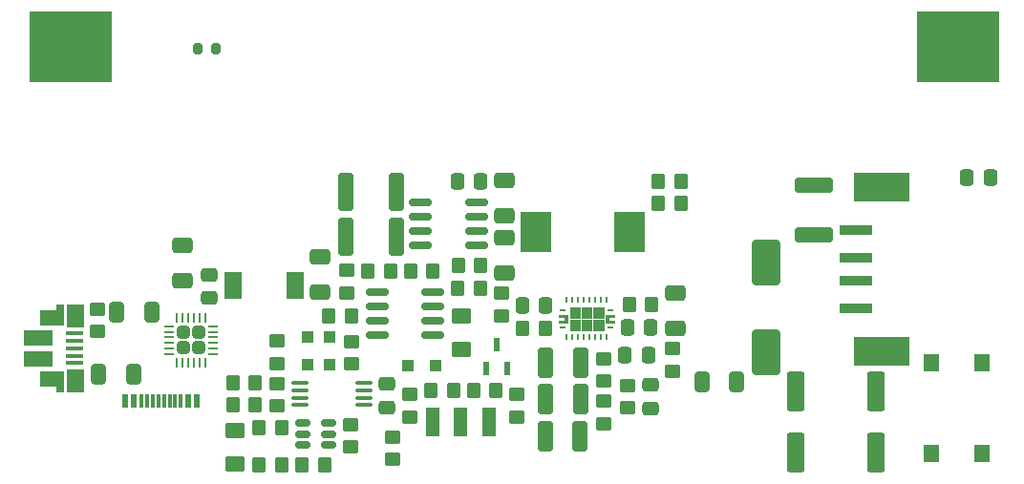
<source format=gtp>
%TF.GenerationSoftware,KiCad,Pcbnew,6.0.1-79c1e3a40b~116~ubuntu20.04.1*%
%TF.CreationDate,2022-02-02T21:23:13+02:00*%
%TF.ProjectId,PiUPS,50695550-532e-46b6-9963-61645f706362,rev?*%
%TF.SameCoordinates,Original*%
%TF.FileFunction,Paste,Top*%
%TF.FilePolarity,Positive*%
%FSLAX46Y46*%
G04 Gerber Fmt 4.6, Leading zero omitted, Abs format (unit mm)*
G04 Created by KiCad (PCBNEW 6.0.1-79c1e3a40b~116~ubuntu20.04.1) date 2022-02-02 21:23:13*
%MOMM*%
%LPD*%
G01*
G04 APERTURE LIST*
G04 Aperture macros list*
%AMRoundRect*
0 Rectangle with rounded corners*
0 $1 Rounding radius*
0 $2 $3 $4 $5 $6 $7 $8 $9 X,Y pos of 4 corners*
0 Add a 4 corners polygon primitive as box body*
4,1,4,$2,$3,$4,$5,$6,$7,$8,$9,$2,$3,0*
0 Add four circle primitives for the rounded corners*
1,1,$1+$1,$2,$3*
1,1,$1+$1,$4,$5*
1,1,$1+$1,$6,$7*
1,1,$1+$1,$8,$9*
0 Add four rect primitives between the rounded corners*
20,1,$1+$1,$2,$3,$4,$5,0*
20,1,$1+$1,$4,$5,$6,$7,0*
20,1,$1+$1,$6,$7,$8,$9,0*
20,1,$1+$1,$8,$9,$2,$3,0*%
G04 Aperture macros list end*
%ADD10C,0.010000*%
%ADD11RoundRect,0.250000X-0.412500X-1.100000X0.412500X-1.100000X0.412500X1.100000X-0.412500X1.100000X0*%
%ADD12R,2.700000X3.600000*%
%ADD13RoundRect,0.250000X0.650000X-0.412500X0.650000X0.412500X-0.650000X0.412500X-0.650000X-0.412500X0*%
%ADD14RoundRect,0.250000X0.412500X0.650000X-0.412500X0.650000X-0.412500X-0.650000X0.412500X-0.650000X0*%
%ADD15RoundRect,0.250000X0.450000X-0.350000X0.450000X0.350000X-0.450000X0.350000X-0.450000X-0.350000X0*%
%ADD16RoundRect,0.250000X0.400000X1.450000X-0.400000X1.450000X-0.400000X-1.450000X0.400000X-1.450000X0*%
%ADD17RoundRect,0.250000X0.475000X-0.337500X0.475000X0.337500X-0.475000X0.337500X-0.475000X-0.337500X0*%
%ADD18RoundRect,0.250000X-0.337500X-0.475000X0.337500X-0.475000X0.337500X0.475000X-0.337500X0.475000X0*%
%ADD19RoundRect,0.250000X0.350000X0.450000X-0.350000X0.450000X-0.350000X-0.450000X0.350000X-0.450000X0*%
%ADD20RoundRect,0.250000X-0.315000X-0.315000X0.315000X-0.315000X0.315000X0.315000X-0.315000X0.315000X0*%
%ADD21RoundRect,0.062500X-0.350000X-0.062500X0.350000X-0.062500X0.350000X0.062500X-0.350000X0.062500X0*%
%ADD22RoundRect,0.062500X-0.062500X-0.350000X0.062500X-0.350000X0.062500X0.350000X-0.062500X0.350000X0*%
%ADD23RoundRect,0.250000X0.337500X0.475000X-0.337500X0.475000X-0.337500X-0.475000X0.337500X-0.475000X0*%
%ADD24RoundRect,0.054000X1.346000X-0.396000X1.346000X0.396000X-1.346000X0.396000X-1.346000X-0.396000X0*%
%ADD25R,5.000000X2.500000*%
%ADD26RoundRect,0.250000X-0.450000X0.350000X-0.450000X-0.350000X0.450000X-0.350000X0.450000X0.350000X0*%
%ADD27RoundRect,0.250000X-0.650000X0.412500X-0.650000X-0.412500X0.650000X-0.412500X0.650000X0.412500X0*%
%ADD28RoundRect,0.250000X-1.000000X1.750000X-1.000000X-1.750000X1.000000X-1.750000X1.000000X1.750000X0*%
%ADD29R,7.340000X6.350000*%
%ADD30R,1.650000X0.400000*%
%ADD31R,2.000000X1.350000*%
%ADD32R,2.500000X1.430000*%
%ADD33R,0.700000X1.825000*%
%ADD34R,1.500000X2.000000*%
%ADD35RoundRect,0.250000X-0.350000X-0.450000X0.350000X-0.450000X0.350000X0.450000X-0.350000X0.450000X0*%
%ADD36RoundRect,0.250001X-0.624999X0.462499X-0.624999X-0.462499X0.624999X-0.462499X0.624999X0.462499X0*%
%ADD37RoundRect,0.250000X1.450000X-0.400000X1.450000X0.400000X-1.450000X0.400000X-1.450000X-0.400000X0*%
%ADD38RoundRect,0.200000X-0.200000X-0.275000X0.200000X-0.275000X0.200000X0.275000X-0.200000X0.275000X0*%
%ADD39R,1.250000X2.500000*%
%ADD40RoundRect,0.150000X-0.825000X-0.150000X0.825000X-0.150000X0.825000X0.150000X-0.825000X0.150000X0*%
%ADD41R,0.600000X1.160000*%
%ADD42R,0.300000X1.160000*%
%ADD43RoundRect,0.100000X0.637500X0.100000X-0.637500X0.100000X-0.637500X-0.100000X0.637500X-0.100000X0*%
%ADD44R,0.600000X0.240000*%
%ADD45R,0.240000X0.600000*%
%ADD46R,1.000000X1.000000*%
%ADD47RoundRect,0.250000X0.550000X-1.500000X0.550000X1.500000X-0.550000X1.500000X-0.550000X-1.500000X0*%
%ADD48R,0.600000X1.300000*%
%ADD49R,1.400000X1.600000*%
%ADD50R,1.500000X2.400000*%
%ADD51RoundRect,0.150000X0.512500X0.150000X-0.512500X0.150000X-0.512500X-0.150000X0.512500X-0.150000X0*%
G04 APERTURE END LIST*
D10*
X116075900Y-109396200D02*
X116075900Y-110316200D01*
X116075900Y-110316200D02*
X116925900Y-110316200D01*
X116925900Y-110316200D02*
X116925900Y-109396200D01*
X116925900Y-109396200D02*
X116075900Y-109396200D01*
G36*
X116925900Y-110316200D02*
G01*
X116075900Y-110316200D01*
X116075900Y-109396200D01*
X116925900Y-109396200D01*
X116925900Y-110316200D01*
G37*
X116925900Y-110316200D02*
X116075900Y-110316200D01*
X116075900Y-109396200D01*
X116925900Y-109396200D01*
X116925900Y-110316200D01*
X117125900Y-108276200D02*
X117125900Y-109196200D01*
X117125900Y-109196200D02*
X117975900Y-109196200D01*
X117975900Y-109196200D02*
X117975900Y-108276200D01*
X117975900Y-108276200D02*
X117125900Y-108276200D01*
G36*
X117975900Y-109196200D02*
G01*
X117125900Y-109196200D01*
X117125900Y-108276200D01*
X117975900Y-108276200D01*
X117975900Y-109196200D01*
G37*
X117975900Y-109196200D02*
X117125900Y-109196200D01*
X117125900Y-108276200D01*
X117975900Y-108276200D01*
X117975900Y-109196200D01*
X117125900Y-109396200D02*
X117125900Y-110316200D01*
X117125900Y-110316200D02*
X117975900Y-110316200D01*
X117975900Y-110316200D02*
X117975900Y-109396200D01*
X117975900Y-109396200D02*
X117125900Y-109396200D01*
G36*
X117975900Y-110316200D02*
G01*
X117125900Y-110316200D01*
X117125900Y-109396200D01*
X117975900Y-109396200D01*
X117975900Y-110316200D01*
G37*
X117975900Y-110316200D02*
X117125900Y-110316200D01*
X117125900Y-109396200D01*
X117975900Y-109396200D01*
X117975900Y-110316200D01*
X114825900Y-109671200D02*
X114100900Y-109671200D01*
X114100900Y-109671200D02*
X114098283Y-109671131D01*
X114098283Y-109671131D02*
X114095674Y-109670926D01*
X114095674Y-109670926D02*
X114093078Y-109670584D01*
X114093078Y-109670584D02*
X114090504Y-109670107D01*
X114090504Y-109670107D02*
X114087959Y-109669496D01*
X114087959Y-109669496D02*
X114085449Y-109668753D01*
X114085449Y-109668753D02*
X114082982Y-109667879D01*
X114082982Y-109667879D02*
X114080563Y-109666877D01*
X114080563Y-109666877D02*
X114078200Y-109665750D01*
X114078200Y-109665750D02*
X114075900Y-109664501D01*
X114075900Y-109664501D02*
X114073668Y-109663134D01*
X114073668Y-109663134D02*
X114071511Y-109661651D01*
X114071511Y-109661651D02*
X114069434Y-109660057D01*
X114069434Y-109660057D02*
X114067443Y-109658357D01*
X114067443Y-109658357D02*
X114065545Y-109656555D01*
X114065545Y-109656555D02*
X114063743Y-109654657D01*
X114063743Y-109654657D02*
X114062043Y-109652666D01*
X114062043Y-109652666D02*
X114060449Y-109650589D01*
X114060449Y-109650589D02*
X114058966Y-109648432D01*
X114058966Y-109648432D02*
X114057599Y-109646200D01*
X114057599Y-109646200D02*
X114056350Y-109643900D01*
X114056350Y-109643900D02*
X114055223Y-109641537D01*
X114055223Y-109641537D02*
X114054221Y-109639118D01*
X114054221Y-109639118D02*
X114053347Y-109636651D01*
X114053347Y-109636651D02*
X114052604Y-109634141D01*
X114052604Y-109634141D02*
X114051993Y-109631596D01*
X114051993Y-109631596D02*
X114051516Y-109629022D01*
X114051516Y-109629022D02*
X114051174Y-109626426D01*
X114051174Y-109626426D02*
X114050969Y-109623817D01*
X114050969Y-109623817D02*
X114050900Y-109621200D01*
X114050900Y-109621200D02*
X114050900Y-109521200D01*
X114050900Y-109521200D02*
X114050969Y-109518583D01*
X114050969Y-109518583D02*
X114051174Y-109515974D01*
X114051174Y-109515974D02*
X114051516Y-109513378D01*
X114051516Y-109513378D02*
X114051993Y-109510804D01*
X114051993Y-109510804D02*
X114052604Y-109508259D01*
X114052604Y-109508259D02*
X114053347Y-109505749D01*
X114053347Y-109505749D02*
X114054221Y-109503282D01*
X114054221Y-109503282D02*
X114055223Y-109500863D01*
X114055223Y-109500863D02*
X114056350Y-109498500D01*
X114056350Y-109498500D02*
X114057599Y-109496200D01*
X114057599Y-109496200D02*
X114058966Y-109493968D01*
X114058966Y-109493968D02*
X114060449Y-109491811D01*
X114060449Y-109491811D02*
X114062043Y-109489734D01*
X114062043Y-109489734D02*
X114063743Y-109487743D01*
X114063743Y-109487743D02*
X114065545Y-109485845D01*
X114065545Y-109485845D02*
X114067443Y-109484043D01*
X114067443Y-109484043D02*
X114069434Y-109482343D01*
X114069434Y-109482343D02*
X114071511Y-109480749D01*
X114071511Y-109480749D02*
X114073668Y-109479266D01*
X114073668Y-109479266D02*
X114075900Y-109477899D01*
X114075900Y-109477899D02*
X114078200Y-109476650D01*
X114078200Y-109476650D02*
X114080563Y-109475523D01*
X114080563Y-109475523D02*
X114082982Y-109474521D01*
X114082982Y-109474521D02*
X114085449Y-109473647D01*
X114085449Y-109473647D02*
X114087959Y-109472904D01*
X114087959Y-109472904D02*
X114090504Y-109472293D01*
X114090504Y-109472293D02*
X114093078Y-109471816D01*
X114093078Y-109471816D02*
X114095674Y-109471474D01*
X114095674Y-109471474D02*
X114098283Y-109471269D01*
X114098283Y-109471269D02*
X114100900Y-109471200D01*
X114100900Y-109471200D02*
X114575900Y-109471200D01*
X114575900Y-109471200D02*
X114575900Y-109121200D01*
X114575900Y-109121200D02*
X114100900Y-109121200D01*
X114100900Y-109121200D02*
X114098283Y-109121131D01*
X114098283Y-109121131D02*
X114095674Y-109120926D01*
X114095674Y-109120926D02*
X114093078Y-109120584D01*
X114093078Y-109120584D02*
X114090504Y-109120107D01*
X114090504Y-109120107D02*
X114087959Y-109119496D01*
X114087959Y-109119496D02*
X114085449Y-109118753D01*
X114085449Y-109118753D02*
X114082982Y-109117879D01*
X114082982Y-109117879D02*
X114080563Y-109116877D01*
X114080563Y-109116877D02*
X114078200Y-109115750D01*
X114078200Y-109115750D02*
X114075900Y-109114501D01*
X114075900Y-109114501D02*
X114073668Y-109113134D01*
X114073668Y-109113134D02*
X114071511Y-109111651D01*
X114071511Y-109111651D02*
X114069434Y-109110057D01*
X114069434Y-109110057D02*
X114067443Y-109108357D01*
X114067443Y-109108357D02*
X114065545Y-109106555D01*
X114065545Y-109106555D02*
X114063743Y-109104657D01*
X114063743Y-109104657D02*
X114062043Y-109102666D01*
X114062043Y-109102666D02*
X114060449Y-109100589D01*
X114060449Y-109100589D02*
X114058966Y-109098432D01*
X114058966Y-109098432D02*
X114057599Y-109096200D01*
X114057599Y-109096200D02*
X114056350Y-109093900D01*
X114056350Y-109093900D02*
X114055223Y-109091537D01*
X114055223Y-109091537D02*
X114054221Y-109089118D01*
X114054221Y-109089118D02*
X114053347Y-109086651D01*
X114053347Y-109086651D02*
X114052604Y-109084141D01*
X114052604Y-109084141D02*
X114051993Y-109081596D01*
X114051993Y-109081596D02*
X114051516Y-109079022D01*
X114051516Y-109079022D02*
X114051174Y-109076426D01*
X114051174Y-109076426D02*
X114050969Y-109073817D01*
X114050969Y-109073817D02*
X114050900Y-109071200D01*
X114050900Y-109071200D02*
X114050900Y-108971200D01*
X114050900Y-108971200D02*
X114050969Y-108968583D01*
X114050969Y-108968583D02*
X114051174Y-108965974D01*
X114051174Y-108965974D02*
X114051516Y-108963378D01*
X114051516Y-108963378D02*
X114051993Y-108960804D01*
X114051993Y-108960804D02*
X114052604Y-108958259D01*
X114052604Y-108958259D02*
X114053347Y-108955749D01*
X114053347Y-108955749D02*
X114054221Y-108953282D01*
X114054221Y-108953282D02*
X114055223Y-108950863D01*
X114055223Y-108950863D02*
X114056350Y-108948500D01*
X114056350Y-108948500D02*
X114057599Y-108946200D01*
X114057599Y-108946200D02*
X114058966Y-108943968D01*
X114058966Y-108943968D02*
X114060449Y-108941811D01*
X114060449Y-108941811D02*
X114062043Y-108939734D01*
X114062043Y-108939734D02*
X114063743Y-108937743D01*
X114063743Y-108937743D02*
X114065545Y-108935845D01*
X114065545Y-108935845D02*
X114067443Y-108934043D01*
X114067443Y-108934043D02*
X114069434Y-108932343D01*
X114069434Y-108932343D02*
X114071511Y-108930749D01*
X114071511Y-108930749D02*
X114073668Y-108929266D01*
X114073668Y-108929266D02*
X114075900Y-108927899D01*
X114075900Y-108927899D02*
X114078200Y-108926650D01*
X114078200Y-108926650D02*
X114080563Y-108925523D01*
X114080563Y-108925523D02*
X114082982Y-108924521D01*
X114082982Y-108924521D02*
X114085449Y-108923647D01*
X114085449Y-108923647D02*
X114087959Y-108922904D01*
X114087959Y-108922904D02*
X114090504Y-108922293D01*
X114090504Y-108922293D02*
X114093078Y-108921816D01*
X114093078Y-108921816D02*
X114095674Y-108921474D01*
X114095674Y-108921474D02*
X114098283Y-108921269D01*
X114098283Y-108921269D02*
X114100900Y-108921200D01*
X114100900Y-108921200D02*
X114825900Y-108921200D01*
X114825900Y-108921200D02*
X114825900Y-109671200D01*
X114825900Y-109671200D02*
X114825900Y-109671200D01*
G36*
X114825900Y-109671200D02*
G01*
X114100900Y-109671200D01*
X114098283Y-109671131D01*
X114095674Y-109670926D01*
X114093078Y-109670584D01*
X114090504Y-109670107D01*
X114087959Y-109669496D01*
X114085449Y-109668753D01*
X114082982Y-109667879D01*
X114080563Y-109666877D01*
X114078200Y-109665750D01*
X114075900Y-109664501D01*
X114073668Y-109663134D01*
X114071511Y-109661651D01*
X114069434Y-109660057D01*
X114067443Y-109658357D01*
X114065545Y-109656555D01*
X114063743Y-109654657D01*
X114062043Y-109652666D01*
X114060449Y-109650589D01*
X114058966Y-109648432D01*
X114057599Y-109646200D01*
X114056350Y-109643900D01*
X114055223Y-109641537D01*
X114054221Y-109639118D01*
X114053347Y-109636651D01*
X114052604Y-109634141D01*
X114051993Y-109631596D01*
X114051516Y-109629022D01*
X114051174Y-109626426D01*
X114050969Y-109623817D01*
X114050900Y-109621200D01*
X114050900Y-109521200D01*
X114050969Y-109518583D01*
X114051174Y-109515974D01*
X114051516Y-109513378D01*
X114051993Y-109510804D01*
X114052604Y-109508259D01*
X114053347Y-109505749D01*
X114054221Y-109503282D01*
X114055223Y-109500863D01*
X114056350Y-109498500D01*
X114057599Y-109496200D01*
X114058966Y-109493968D01*
X114060449Y-109491811D01*
X114062043Y-109489734D01*
X114063743Y-109487743D01*
X114065545Y-109485845D01*
X114067443Y-109484043D01*
X114069434Y-109482343D01*
X114071511Y-109480749D01*
X114073668Y-109479266D01*
X114075900Y-109477899D01*
X114078200Y-109476650D01*
X114080563Y-109475523D01*
X114082982Y-109474521D01*
X114085449Y-109473647D01*
X114087959Y-109472904D01*
X114090504Y-109472293D01*
X114093078Y-109471816D01*
X114095674Y-109471474D01*
X114098283Y-109471269D01*
X114100900Y-109471200D01*
X114575900Y-109471200D01*
X114575900Y-109121200D01*
X114100900Y-109121200D01*
X114098283Y-109121131D01*
X114095674Y-109120926D01*
X114093078Y-109120584D01*
X114090504Y-109120107D01*
X114087959Y-109119496D01*
X114085449Y-109118753D01*
X114082982Y-109117879D01*
X114080563Y-109116877D01*
X114078200Y-109115750D01*
X114075900Y-109114501D01*
X114073668Y-109113134D01*
X114071511Y-109111651D01*
X114069434Y-109110057D01*
X114067443Y-109108357D01*
X114065545Y-109106555D01*
X114063743Y-109104657D01*
X114062043Y-109102666D01*
X114060449Y-109100589D01*
X114058966Y-109098432D01*
X114057599Y-109096200D01*
X114056350Y-109093900D01*
X114055223Y-109091537D01*
X114054221Y-109089118D01*
X114053347Y-109086651D01*
X114052604Y-109084141D01*
X114051993Y-109081596D01*
X114051516Y-109079022D01*
X114051174Y-109076426D01*
X114050969Y-109073817D01*
X114050900Y-109071200D01*
X114050900Y-108971200D01*
X114050969Y-108968583D01*
X114051174Y-108965974D01*
X114051516Y-108963378D01*
X114051993Y-108960804D01*
X114052604Y-108958259D01*
X114053347Y-108955749D01*
X114054221Y-108953282D01*
X114055223Y-108950863D01*
X114056350Y-108948500D01*
X114057599Y-108946200D01*
X114058966Y-108943968D01*
X114060449Y-108941811D01*
X114062043Y-108939734D01*
X114063743Y-108937743D01*
X114065545Y-108935845D01*
X114067443Y-108934043D01*
X114069434Y-108932343D01*
X114071511Y-108930749D01*
X114073668Y-108929266D01*
X114075900Y-108927899D01*
X114078200Y-108926650D01*
X114080563Y-108925523D01*
X114082982Y-108924521D01*
X114085449Y-108923647D01*
X114087959Y-108922904D01*
X114090504Y-108922293D01*
X114093078Y-108921816D01*
X114095674Y-108921474D01*
X114098283Y-108921269D01*
X114100900Y-108921200D01*
X114825900Y-108921200D01*
X114825900Y-109671200D01*
G37*
X114825900Y-109671200D02*
X114100900Y-109671200D01*
X114098283Y-109671131D01*
X114095674Y-109670926D01*
X114093078Y-109670584D01*
X114090504Y-109670107D01*
X114087959Y-109669496D01*
X114085449Y-109668753D01*
X114082982Y-109667879D01*
X114080563Y-109666877D01*
X114078200Y-109665750D01*
X114075900Y-109664501D01*
X114073668Y-109663134D01*
X114071511Y-109661651D01*
X114069434Y-109660057D01*
X114067443Y-109658357D01*
X114065545Y-109656555D01*
X114063743Y-109654657D01*
X114062043Y-109652666D01*
X114060449Y-109650589D01*
X114058966Y-109648432D01*
X114057599Y-109646200D01*
X114056350Y-109643900D01*
X114055223Y-109641537D01*
X114054221Y-109639118D01*
X114053347Y-109636651D01*
X114052604Y-109634141D01*
X114051993Y-109631596D01*
X114051516Y-109629022D01*
X114051174Y-109626426D01*
X114050969Y-109623817D01*
X114050900Y-109621200D01*
X114050900Y-109521200D01*
X114050969Y-109518583D01*
X114051174Y-109515974D01*
X114051516Y-109513378D01*
X114051993Y-109510804D01*
X114052604Y-109508259D01*
X114053347Y-109505749D01*
X114054221Y-109503282D01*
X114055223Y-109500863D01*
X114056350Y-109498500D01*
X114057599Y-109496200D01*
X114058966Y-109493968D01*
X114060449Y-109491811D01*
X114062043Y-109489734D01*
X114063743Y-109487743D01*
X114065545Y-109485845D01*
X114067443Y-109484043D01*
X114069434Y-109482343D01*
X114071511Y-109480749D01*
X114073668Y-109479266D01*
X114075900Y-109477899D01*
X114078200Y-109476650D01*
X114080563Y-109475523D01*
X114082982Y-109474521D01*
X114085449Y-109473647D01*
X114087959Y-109472904D01*
X114090504Y-109472293D01*
X114093078Y-109471816D01*
X114095674Y-109471474D01*
X114098283Y-109471269D01*
X114100900Y-109471200D01*
X114575900Y-109471200D01*
X114575900Y-109121200D01*
X114100900Y-109121200D01*
X114098283Y-109121131D01*
X114095674Y-109120926D01*
X114093078Y-109120584D01*
X114090504Y-109120107D01*
X114087959Y-109119496D01*
X114085449Y-109118753D01*
X114082982Y-109117879D01*
X114080563Y-109116877D01*
X114078200Y-109115750D01*
X114075900Y-109114501D01*
X114073668Y-109113134D01*
X114071511Y-109111651D01*
X114069434Y-109110057D01*
X114067443Y-109108357D01*
X114065545Y-109106555D01*
X114063743Y-109104657D01*
X114062043Y-109102666D01*
X114060449Y-109100589D01*
X114058966Y-109098432D01*
X114057599Y-109096200D01*
X114056350Y-109093900D01*
X114055223Y-109091537D01*
X114054221Y-109089118D01*
X114053347Y-109086651D01*
X114052604Y-109084141D01*
X114051993Y-109081596D01*
X114051516Y-109079022D01*
X114051174Y-109076426D01*
X114050969Y-109073817D01*
X114050900Y-109071200D01*
X114050900Y-108971200D01*
X114050969Y-108968583D01*
X114051174Y-108965974D01*
X114051516Y-108963378D01*
X114051993Y-108960804D01*
X114052604Y-108958259D01*
X114053347Y-108955749D01*
X114054221Y-108953282D01*
X114055223Y-108950863D01*
X114056350Y-108948500D01*
X114057599Y-108946200D01*
X114058966Y-108943968D01*
X114060449Y-108941811D01*
X114062043Y-108939734D01*
X114063743Y-108937743D01*
X114065545Y-108935845D01*
X114067443Y-108934043D01*
X114069434Y-108932343D01*
X114071511Y-108930749D01*
X114073668Y-108929266D01*
X114075900Y-108927899D01*
X114078200Y-108926650D01*
X114080563Y-108925523D01*
X114082982Y-108924521D01*
X114085449Y-108923647D01*
X114087959Y-108922904D01*
X114090504Y-108922293D01*
X114093078Y-108921816D01*
X114095674Y-108921474D01*
X114098283Y-108921269D01*
X114100900Y-108921200D01*
X114825900Y-108921200D01*
X114825900Y-109671200D01*
X115025900Y-108276200D02*
X115025900Y-109196200D01*
X115025900Y-109196200D02*
X115875900Y-109196200D01*
X115875900Y-109196200D02*
X115875900Y-108276200D01*
X115875900Y-108276200D02*
X115025900Y-108276200D01*
G36*
X115875900Y-109196200D02*
G01*
X115025900Y-109196200D01*
X115025900Y-108276200D01*
X115875900Y-108276200D01*
X115875900Y-109196200D01*
G37*
X115875900Y-109196200D02*
X115025900Y-109196200D01*
X115025900Y-108276200D01*
X115875900Y-108276200D01*
X115875900Y-109196200D01*
X115025900Y-109396200D02*
X115025900Y-110316200D01*
X115025900Y-110316200D02*
X115875900Y-110316200D01*
X115875900Y-110316200D02*
X115875900Y-109396200D01*
X115875900Y-109396200D02*
X115025900Y-109396200D01*
G36*
X115875900Y-110316200D02*
G01*
X115025900Y-110316200D01*
X115025900Y-109396200D01*
X115875900Y-109396200D01*
X115875900Y-110316200D01*
G37*
X115875900Y-110316200D02*
X115025900Y-110316200D01*
X115025900Y-109396200D01*
X115875900Y-109396200D01*
X115875900Y-110316200D01*
X116075900Y-108276200D02*
X116075900Y-109196200D01*
X116075900Y-109196200D02*
X116925900Y-109196200D01*
X116925900Y-109196200D02*
X116925900Y-108276200D01*
X116925900Y-108276200D02*
X116075900Y-108276200D01*
G36*
X116925900Y-109196200D02*
G01*
X116075900Y-109196200D01*
X116075900Y-108276200D01*
X116925900Y-108276200D01*
X116925900Y-109196200D01*
G37*
X116925900Y-109196200D02*
X116075900Y-109196200D01*
X116075900Y-108276200D01*
X116925900Y-108276200D01*
X116925900Y-109196200D01*
X118175900Y-108921200D02*
X118900900Y-108921200D01*
X118900900Y-108921200D02*
X118903517Y-108921269D01*
X118903517Y-108921269D02*
X118906126Y-108921474D01*
X118906126Y-108921474D02*
X118908722Y-108921816D01*
X118908722Y-108921816D02*
X118911296Y-108922293D01*
X118911296Y-108922293D02*
X118913841Y-108922904D01*
X118913841Y-108922904D02*
X118916351Y-108923647D01*
X118916351Y-108923647D02*
X118918818Y-108924521D01*
X118918818Y-108924521D02*
X118921237Y-108925523D01*
X118921237Y-108925523D02*
X118923600Y-108926650D01*
X118923600Y-108926650D02*
X118925900Y-108927899D01*
X118925900Y-108927899D02*
X118928132Y-108929266D01*
X118928132Y-108929266D02*
X118930289Y-108930749D01*
X118930289Y-108930749D02*
X118932366Y-108932343D01*
X118932366Y-108932343D02*
X118934357Y-108934043D01*
X118934357Y-108934043D02*
X118936255Y-108935845D01*
X118936255Y-108935845D02*
X118938057Y-108937743D01*
X118938057Y-108937743D02*
X118939757Y-108939734D01*
X118939757Y-108939734D02*
X118941351Y-108941811D01*
X118941351Y-108941811D02*
X118942834Y-108943968D01*
X118942834Y-108943968D02*
X118944201Y-108946200D01*
X118944201Y-108946200D02*
X118945450Y-108948500D01*
X118945450Y-108948500D02*
X118946577Y-108950863D01*
X118946577Y-108950863D02*
X118947579Y-108953282D01*
X118947579Y-108953282D02*
X118948453Y-108955749D01*
X118948453Y-108955749D02*
X118949196Y-108958259D01*
X118949196Y-108958259D02*
X118949807Y-108960804D01*
X118949807Y-108960804D02*
X118950284Y-108963378D01*
X118950284Y-108963378D02*
X118950626Y-108965974D01*
X118950626Y-108965974D02*
X118950831Y-108968583D01*
X118950831Y-108968583D02*
X118950900Y-108971200D01*
X118950900Y-108971200D02*
X118950900Y-109071200D01*
X118950900Y-109071200D02*
X118950831Y-109073817D01*
X118950831Y-109073817D02*
X118950626Y-109076426D01*
X118950626Y-109076426D02*
X118950284Y-109079022D01*
X118950284Y-109079022D02*
X118949807Y-109081596D01*
X118949807Y-109081596D02*
X118949196Y-109084141D01*
X118949196Y-109084141D02*
X118948453Y-109086651D01*
X118948453Y-109086651D02*
X118947579Y-109089118D01*
X118947579Y-109089118D02*
X118946577Y-109091537D01*
X118946577Y-109091537D02*
X118945450Y-109093900D01*
X118945450Y-109093900D02*
X118944201Y-109096200D01*
X118944201Y-109096200D02*
X118942834Y-109098432D01*
X118942834Y-109098432D02*
X118941351Y-109100589D01*
X118941351Y-109100589D02*
X118939757Y-109102666D01*
X118939757Y-109102666D02*
X118938057Y-109104657D01*
X118938057Y-109104657D02*
X118936255Y-109106555D01*
X118936255Y-109106555D02*
X118934357Y-109108357D01*
X118934357Y-109108357D02*
X118932366Y-109110057D01*
X118932366Y-109110057D02*
X118930289Y-109111651D01*
X118930289Y-109111651D02*
X118928132Y-109113134D01*
X118928132Y-109113134D02*
X118925900Y-109114501D01*
X118925900Y-109114501D02*
X118923600Y-109115750D01*
X118923600Y-109115750D02*
X118921237Y-109116877D01*
X118921237Y-109116877D02*
X118918818Y-109117879D01*
X118918818Y-109117879D02*
X118916351Y-109118753D01*
X118916351Y-109118753D02*
X118913841Y-109119496D01*
X118913841Y-109119496D02*
X118911296Y-109120107D01*
X118911296Y-109120107D02*
X118908722Y-109120584D01*
X118908722Y-109120584D02*
X118906126Y-109120926D01*
X118906126Y-109120926D02*
X118903517Y-109121131D01*
X118903517Y-109121131D02*
X118900900Y-109121200D01*
X118900900Y-109121200D02*
X118425900Y-109121200D01*
X118425900Y-109121200D02*
X118425900Y-109471200D01*
X118425900Y-109471200D02*
X118900900Y-109471200D01*
X118900900Y-109471200D02*
X118903517Y-109471269D01*
X118903517Y-109471269D02*
X118906126Y-109471474D01*
X118906126Y-109471474D02*
X118908722Y-109471816D01*
X118908722Y-109471816D02*
X118911296Y-109472293D01*
X118911296Y-109472293D02*
X118913841Y-109472904D01*
X118913841Y-109472904D02*
X118916351Y-109473647D01*
X118916351Y-109473647D02*
X118918818Y-109474521D01*
X118918818Y-109474521D02*
X118921237Y-109475523D01*
X118921237Y-109475523D02*
X118923600Y-109476650D01*
X118923600Y-109476650D02*
X118925900Y-109477899D01*
X118925900Y-109477899D02*
X118928132Y-109479266D01*
X118928132Y-109479266D02*
X118930289Y-109480749D01*
X118930289Y-109480749D02*
X118932366Y-109482343D01*
X118932366Y-109482343D02*
X118934357Y-109484043D01*
X118934357Y-109484043D02*
X118936255Y-109485845D01*
X118936255Y-109485845D02*
X118938057Y-109487743D01*
X118938057Y-109487743D02*
X118939757Y-109489734D01*
X118939757Y-109489734D02*
X118941351Y-109491811D01*
X118941351Y-109491811D02*
X118942834Y-109493968D01*
X118942834Y-109493968D02*
X118944201Y-109496200D01*
X118944201Y-109496200D02*
X118945450Y-109498500D01*
X118945450Y-109498500D02*
X118946577Y-109500863D01*
X118946577Y-109500863D02*
X118947579Y-109503282D01*
X118947579Y-109503282D02*
X118948453Y-109505749D01*
X118948453Y-109505749D02*
X118949196Y-109508259D01*
X118949196Y-109508259D02*
X118949807Y-109510804D01*
X118949807Y-109510804D02*
X118950284Y-109513378D01*
X118950284Y-109513378D02*
X118950626Y-109515974D01*
X118950626Y-109515974D02*
X118950831Y-109518583D01*
X118950831Y-109518583D02*
X118950900Y-109521200D01*
X118950900Y-109521200D02*
X118950900Y-109621200D01*
X118950900Y-109621200D02*
X118950831Y-109623817D01*
X118950831Y-109623817D02*
X118950626Y-109626426D01*
X118950626Y-109626426D02*
X118950284Y-109629022D01*
X118950284Y-109629022D02*
X118949807Y-109631596D01*
X118949807Y-109631596D02*
X118949196Y-109634141D01*
X118949196Y-109634141D02*
X118948453Y-109636651D01*
X118948453Y-109636651D02*
X118947579Y-109639118D01*
X118947579Y-109639118D02*
X118946577Y-109641537D01*
X118946577Y-109641537D02*
X118945450Y-109643900D01*
X118945450Y-109643900D02*
X118944201Y-109646200D01*
X118944201Y-109646200D02*
X118942834Y-109648432D01*
X118942834Y-109648432D02*
X118941351Y-109650589D01*
X118941351Y-109650589D02*
X118939757Y-109652666D01*
X118939757Y-109652666D02*
X118938057Y-109654657D01*
X118938057Y-109654657D02*
X118936255Y-109656555D01*
X118936255Y-109656555D02*
X118934357Y-109658357D01*
X118934357Y-109658357D02*
X118932366Y-109660057D01*
X118932366Y-109660057D02*
X118930289Y-109661651D01*
X118930289Y-109661651D02*
X118928132Y-109663134D01*
X118928132Y-109663134D02*
X118925900Y-109664501D01*
X118925900Y-109664501D02*
X118923600Y-109665750D01*
X118923600Y-109665750D02*
X118921237Y-109666877D01*
X118921237Y-109666877D02*
X118918818Y-109667879D01*
X118918818Y-109667879D02*
X118916351Y-109668753D01*
X118916351Y-109668753D02*
X118913841Y-109669496D01*
X118913841Y-109669496D02*
X118911296Y-109670107D01*
X118911296Y-109670107D02*
X118908722Y-109670584D01*
X118908722Y-109670584D02*
X118906126Y-109670926D01*
X118906126Y-109670926D02*
X118903517Y-109671131D01*
X118903517Y-109671131D02*
X118900900Y-109671200D01*
X118900900Y-109671200D02*
X118175900Y-109671200D01*
X118175900Y-109671200D02*
X118175900Y-108921200D01*
X118175900Y-108921200D02*
X118175900Y-108921200D01*
G36*
X118903517Y-108921269D02*
G01*
X118906126Y-108921474D01*
X118908722Y-108921816D01*
X118911296Y-108922293D01*
X118913841Y-108922904D01*
X118916351Y-108923647D01*
X118918818Y-108924521D01*
X118921237Y-108925523D01*
X118923600Y-108926650D01*
X118925900Y-108927899D01*
X118928132Y-108929266D01*
X118930289Y-108930749D01*
X118932366Y-108932343D01*
X118934357Y-108934043D01*
X118936255Y-108935845D01*
X118938057Y-108937743D01*
X118939757Y-108939734D01*
X118941351Y-108941811D01*
X118942834Y-108943968D01*
X118944201Y-108946200D01*
X118945450Y-108948500D01*
X118946577Y-108950863D01*
X118947579Y-108953282D01*
X118948453Y-108955749D01*
X118949196Y-108958259D01*
X118949807Y-108960804D01*
X118950284Y-108963378D01*
X118950626Y-108965974D01*
X118950831Y-108968583D01*
X118950900Y-108971200D01*
X118950900Y-109071200D01*
X118950831Y-109073817D01*
X118950626Y-109076426D01*
X118950284Y-109079022D01*
X118949807Y-109081596D01*
X118949196Y-109084141D01*
X118948453Y-109086651D01*
X118947579Y-109089118D01*
X118946577Y-109091537D01*
X118945450Y-109093900D01*
X118944201Y-109096200D01*
X118942834Y-109098432D01*
X118941351Y-109100589D01*
X118939757Y-109102666D01*
X118938057Y-109104657D01*
X118936255Y-109106555D01*
X118934357Y-109108357D01*
X118932366Y-109110057D01*
X118930289Y-109111651D01*
X118928132Y-109113134D01*
X118925900Y-109114501D01*
X118923600Y-109115750D01*
X118921237Y-109116877D01*
X118918818Y-109117879D01*
X118916351Y-109118753D01*
X118913841Y-109119496D01*
X118911296Y-109120107D01*
X118908722Y-109120584D01*
X118906126Y-109120926D01*
X118903517Y-109121131D01*
X118900900Y-109121200D01*
X118425900Y-109121200D01*
X118425900Y-109471200D01*
X118900900Y-109471200D01*
X118903517Y-109471269D01*
X118906126Y-109471474D01*
X118908722Y-109471816D01*
X118911296Y-109472293D01*
X118913841Y-109472904D01*
X118916351Y-109473647D01*
X118918818Y-109474521D01*
X118921237Y-109475523D01*
X118923600Y-109476650D01*
X118925900Y-109477899D01*
X118928132Y-109479266D01*
X118930289Y-109480749D01*
X118932366Y-109482343D01*
X118934357Y-109484043D01*
X118936255Y-109485845D01*
X118938057Y-109487743D01*
X118939757Y-109489734D01*
X118941351Y-109491811D01*
X118942834Y-109493968D01*
X118944201Y-109496200D01*
X118945450Y-109498500D01*
X118946577Y-109500863D01*
X118947579Y-109503282D01*
X118948453Y-109505749D01*
X118949196Y-109508259D01*
X118949807Y-109510804D01*
X118950284Y-109513378D01*
X118950626Y-109515974D01*
X118950831Y-109518583D01*
X118950900Y-109521200D01*
X118950900Y-109621200D01*
X118950831Y-109623817D01*
X118950626Y-109626426D01*
X118950284Y-109629022D01*
X118949807Y-109631596D01*
X118949196Y-109634141D01*
X118948453Y-109636651D01*
X118947579Y-109639118D01*
X118946577Y-109641537D01*
X118945450Y-109643900D01*
X118944201Y-109646200D01*
X118942834Y-109648432D01*
X118941351Y-109650589D01*
X118939757Y-109652666D01*
X118938057Y-109654657D01*
X118936255Y-109656555D01*
X118934357Y-109658357D01*
X118932366Y-109660057D01*
X118930289Y-109661651D01*
X118928132Y-109663134D01*
X118925900Y-109664501D01*
X118923600Y-109665750D01*
X118921237Y-109666877D01*
X118918818Y-109667879D01*
X118916351Y-109668753D01*
X118913841Y-109669496D01*
X118911296Y-109670107D01*
X118908722Y-109670584D01*
X118906126Y-109670926D01*
X118903517Y-109671131D01*
X118900900Y-109671200D01*
X118175900Y-109671200D01*
X118175900Y-108921200D01*
X118900900Y-108921200D01*
X118903517Y-108921269D01*
G37*
X118903517Y-108921269D02*
X118906126Y-108921474D01*
X118908722Y-108921816D01*
X118911296Y-108922293D01*
X118913841Y-108922904D01*
X118916351Y-108923647D01*
X118918818Y-108924521D01*
X118921237Y-108925523D01*
X118923600Y-108926650D01*
X118925900Y-108927899D01*
X118928132Y-108929266D01*
X118930289Y-108930749D01*
X118932366Y-108932343D01*
X118934357Y-108934043D01*
X118936255Y-108935845D01*
X118938057Y-108937743D01*
X118939757Y-108939734D01*
X118941351Y-108941811D01*
X118942834Y-108943968D01*
X118944201Y-108946200D01*
X118945450Y-108948500D01*
X118946577Y-108950863D01*
X118947579Y-108953282D01*
X118948453Y-108955749D01*
X118949196Y-108958259D01*
X118949807Y-108960804D01*
X118950284Y-108963378D01*
X118950626Y-108965974D01*
X118950831Y-108968583D01*
X118950900Y-108971200D01*
X118950900Y-109071200D01*
X118950831Y-109073817D01*
X118950626Y-109076426D01*
X118950284Y-109079022D01*
X118949807Y-109081596D01*
X118949196Y-109084141D01*
X118948453Y-109086651D01*
X118947579Y-109089118D01*
X118946577Y-109091537D01*
X118945450Y-109093900D01*
X118944201Y-109096200D01*
X118942834Y-109098432D01*
X118941351Y-109100589D01*
X118939757Y-109102666D01*
X118938057Y-109104657D01*
X118936255Y-109106555D01*
X118934357Y-109108357D01*
X118932366Y-109110057D01*
X118930289Y-109111651D01*
X118928132Y-109113134D01*
X118925900Y-109114501D01*
X118923600Y-109115750D01*
X118921237Y-109116877D01*
X118918818Y-109117879D01*
X118916351Y-109118753D01*
X118913841Y-109119496D01*
X118911296Y-109120107D01*
X118908722Y-109120584D01*
X118906126Y-109120926D01*
X118903517Y-109121131D01*
X118900900Y-109121200D01*
X118425900Y-109121200D01*
X118425900Y-109471200D01*
X118900900Y-109471200D01*
X118903517Y-109471269D01*
X118906126Y-109471474D01*
X118908722Y-109471816D01*
X118911296Y-109472293D01*
X118913841Y-109472904D01*
X118916351Y-109473647D01*
X118918818Y-109474521D01*
X118921237Y-109475523D01*
X118923600Y-109476650D01*
X118925900Y-109477899D01*
X118928132Y-109479266D01*
X118930289Y-109480749D01*
X118932366Y-109482343D01*
X118934357Y-109484043D01*
X118936255Y-109485845D01*
X118938057Y-109487743D01*
X118939757Y-109489734D01*
X118941351Y-109491811D01*
X118942834Y-109493968D01*
X118944201Y-109496200D01*
X118945450Y-109498500D01*
X118946577Y-109500863D01*
X118947579Y-109503282D01*
X118948453Y-109505749D01*
X118949196Y-109508259D01*
X118949807Y-109510804D01*
X118950284Y-109513378D01*
X118950626Y-109515974D01*
X118950831Y-109518583D01*
X118950900Y-109521200D01*
X118950900Y-109621200D01*
X118950831Y-109623817D01*
X118950626Y-109626426D01*
X118950284Y-109629022D01*
X118949807Y-109631596D01*
X118949196Y-109634141D01*
X118948453Y-109636651D01*
X118947579Y-109639118D01*
X118946577Y-109641537D01*
X118945450Y-109643900D01*
X118944201Y-109646200D01*
X118942834Y-109648432D01*
X118941351Y-109650589D01*
X118939757Y-109652666D01*
X118938057Y-109654657D01*
X118936255Y-109656555D01*
X118934357Y-109658357D01*
X118932366Y-109660057D01*
X118930289Y-109661651D01*
X118928132Y-109663134D01*
X118925900Y-109664501D01*
X118923600Y-109665750D01*
X118921237Y-109666877D01*
X118918818Y-109667879D01*
X118916351Y-109668753D01*
X118913841Y-109669496D01*
X118911296Y-109670107D01*
X118908722Y-109670584D01*
X118906126Y-109670926D01*
X118903517Y-109671131D01*
X118900900Y-109671200D01*
X118175900Y-109671200D01*
X118175900Y-108921200D01*
X118900900Y-108921200D01*
X118903517Y-108921269D01*
D11*
X112812100Y-119725000D03*
X115937100Y-119725000D03*
D12*
X120339400Y-101574600D03*
X112039400Y-101574600D03*
D13*
X92913200Y-106960200D03*
X92913200Y-103835200D03*
D14*
X77987500Y-108725000D03*
X74862500Y-108725000D03*
D15*
X120142000Y-117200000D03*
X120142000Y-115200000D03*
D16*
X99615000Y-98050000D03*
X95165000Y-98050000D03*
D17*
X122150000Y-117237500D03*
X122150000Y-115162500D03*
D18*
X105050000Y-97100000D03*
X107125000Y-97100000D03*
D19*
X87140800Y-116941600D03*
X85140800Y-116941600D03*
D20*
X80757400Y-110526200D03*
X82107400Y-110526200D03*
X80757400Y-111876200D03*
X82107400Y-111876200D03*
D21*
X79469900Y-109951200D03*
X79469900Y-110451200D03*
X79469900Y-110951200D03*
X79469900Y-111451200D03*
X79469900Y-111951200D03*
X79469900Y-112451200D03*
D22*
X80182400Y-113163700D03*
X80682400Y-113163700D03*
X81182400Y-113163700D03*
X81682400Y-113163700D03*
X82182400Y-113163700D03*
X82682400Y-113163700D03*
D21*
X83394900Y-112451200D03*
X83394900Y-111951200D03*
X83394900Y-111451200D03*
X83394900Y-110951200D03*
X83394900Y-110451200D03*
X83394900Y-109951200D03*
D22*
X82682400Y-109238700D03*
X82182400Y-109238700D03*
X81682400Y-109238700D03*
X81182400Y-109238700D03*
X80682400Y-109238700D03*
X80182400Y-109238700D03*
D23*
X112887500Y-108100000D03*
X110812500Y-108100000D03*
D24*
X140375000Y-108400000D03*
X140375000Y-105900000D03*
X140375000Y-103900000D03*
X140375000Y-101400000D03*
D25*
X142625000Y-112150000D03*
X142625000Y-97650000D03*
D26*
X89027000Y-115017800D03*
X89027000Y-117017800D03*
D19*
X107125000Y-104571800D03*
X105125000Y-104571800D03*
D27*
X109194600Y-102069500D03*
X109194600Y-105194500D03*
D28*
X132375000Y-104275000D03*
X132375000Y-112275000D03*
D29*
X70793600Y-85191600D03*
X149453600Y-85191600D03*
D30*
X71069600Y-110612400D03*
X71069600Y-111262400D03*
X71069600Y-111912400D03*
X71069600Y-112562400D03*
X71069600Y-113212400D03*
D31*
X69119600Y-114662400D03*
D32*
X67919600Y-110952400D03*
D33*
X69869600Y-108962400D03*
X69869600Y-114912400D03*
D34*
X71189600Y-114812400D03*
D32*
X67919600Y-112872400D03*
D31*
X69119600Y-109182400D03*
D34*
X71169600Y-109062400D03*
D19*
X124875000Y-97100000D03*
X122875000Y-97100000D03*
D14*
X129825000Y-114925000D03*
X126700000Y-114925000D03*
X76340100Y-114249200D03*
X73215100Y-114249200D03*
D35*
X85140800Y-114960400D03*
X87140800Y-114960400D03*
X122875000Y-99075000D03*
X124875000Y-99075000D03*
D19*
X93262200Y-122224800D03*
X91262200Y-122224800D03*
D17*
X83058000Y-107442000D03*
X83058000Y-105367000D03*
D36*
X85344000Y-119213300D03*
X85344000Y-122188300D03*
D37*
X136650000Y-101875000D03*
X136650000Y-97425000D03*
D35*
X93675000Y-109025000D03*
X95675000Y-109025000D03*
D19*
X104700000Y-115650000D03*
X102700000Y-115650000D03*
D27*
X80721200Y-102780700D03*
X80721200Y-105905700D03*
D17*
X98831400Y-117137500D03*
X98831400Y-115062500D03*
D38*
X82029800Y-85344000D03*
X83679800Y-85344000D03*
D11*
X112837500Y-113171800D03*
X115962500Y-113171800D03*
D16*
X99610000Y-102050000D03*
X95160000Y-102050000D03*
D15*
X99300000Y-121775000D03*
X99300000Y-119775000D03*
D39*
X102850000Y-118425000D03*
X105350000Y-118425000D03*
X107850000Y-118425000D03*
D19*
X122275000Y-108050000D03*
X120275000Y-108050000D03*
D35*
X100900000Y-105100000D03*
X102900000Y-105100000D03*
D26*
X95554800Y-118675400D03*
X95554800Y-120675400D03*
D35*
X87477600Y-118948200D03*
X89477600Y-118948200D03*
D18*
X150225000Y-96750000D03*
X152300000Y-96750000D03*
D27*
X124350000Y-107000000D03*
X124350000Y-110125000D03*
D19*
X112850000Y-110125000D03*
X110850000Y-110125000D03*
D23*
X122199400Y-110058200D03*
X120124400Y-110058200D03*
D26*
X118050000Y-116600000D03*
X118050000Y-118600000D03*
D40*
X97925000Y-106920000D03*
X97925000Y-108190000D03*
X97925000Y-109460000D03*
X97925000Y-110730000D03*
X102875000Y-110730000D03*
X102875000Y-109460000D03*
X102875000Y-108190000D03*
X102875000Y-106920000D03*
D41*
X75590800Y-116565200D03*
X76390800Y-116565200D03*
D42*
X77540800Y-116565200D03*
X78540800Y-116565200D03*
X79040800Y-116565200D03*
X80040800Y-116565200D03*
D41*
X81190800Y-116565200D03*
X81990800Y-116565200D03*
X81990800Y-116565200D03*
X81190800Y-116565200D03*
D42*
X80540800Y-116565200D03*
X79540800Y-116565200D03*
X78040800Y-116565200D03*
X77040800Y-116565200D03*
D41*
X76390800Y-116565200D03*
X75590800Y-116565200D03*
D15*
X89020000Y-113240000D03*
X89020000Y-111240000D03*
D36*
X105400000Y-109062500D03*
X105400000Y-112037500D03*
D35*
X105075000Y-106550000D03*
X107075000Y-106550000D03*
D15*
X95675000Y-113300000D03*
X95675000Y-111300000D03*
D26*
X73175000Y-108425000D03*
X73175000Y-110425000D03*
D43*
X96784000Y-116951400D03*
X96784000Y-116301400D03*
X96784000Y-115651400D03*
X96784000Y-115001400D03*
X91059000Y-115001400D03*
X91059000Y-115651400D03*
X91059000Y-116301400D03*
X91059000Y-116951400D03*
D19*
X89477600Y-122224800D03*
X87477600Y-122224800D03*
D44*
X118650900Y-108546200D03*
D45*
X118250900Y-107646200D03*
X117750900Y-107646200D03*
X117250900Y-107646200D03*
X116750900Y-107646200D03*
X116250900Y-107646200D03*
X115750900Y-107646200D03*
X115250900Y-107646200D03*
X114750900Y-107646200D03*
D44*
X114350900Y-108546200D03*
X114350900Y-110046200D03*
D45*
X114750900Y-110946200D03*
X115250900Y-110946200D03*
X115750900Y-110946200D03*
X116250900Y-110946200D03*
X116750900Y-110946200D03*
X117250900Y-110946200D03*
X117750900Y-110946200D03*
X118250900Y-110946200D03*
D44*
X118650900Y-110046200D03*
D46*
X91775000Y-113400000D03*
X91775000Y-110900000D03*
X93725000Y-113400000D03*
X93725000Y-110900000D03*
D47*
X135000000Y-121150000D03*
X135000000Y-115750000D03*
D35*
X106475000Y-115650000D03*
X108475000Y-115650000D03*
D19*
X99125000Y-105100000D03*
X97125000Y-105100000D03*
D15*
X108950000Y-109025000D03*
X108950000Y-107025000D03*
D48*
X107600000Y-113725000D03*
X109500000Y-113725000D03*
X108550000Y-111625000D03*
D13*
X109200000Y-100150000D03*
X109200000Y-97025000D03*
D49*
X147075000Y-121200000D03*
X147075000Y-113200000D03*
X151575000Y-121200000D03*
X151575000Y-113200000D03*
D46*
X103125000Y-113425000D03*
X100625000Y-113425000D03*
D18*
X119921200Y-112547400D03*
X121996200Y-112547400D03*
D15*
X124150000Y-113963200D03*
X124150000Y-111963200D03*
D26*
X100825000Y-116000000D03*
X100825000Y-118000000D03*
D47*
X142175000Y-121150000D03*
X142175000Y-115750000D03*
D50*
X85178000Y-106324400D03*
X90678000Y-106324400D03*
D15*
X95225000Y-106975000D03*
X95225000Y-104975000D03*
D26*
X110350000Y-116000000D03*
X110350000Y-118000000D03*
D40*
X101800000Y-98960000D03*
X101800000Y-100230000D03*
X101800000Y-101500000D03*
X101800000Y-102770000D03*
X106750000Y-102770000D03*
X106750000Y-101500000D03*
X106750000Y-100230000D03*
X106750000Y-98960000D03*
D11*
X112825200Y-116448400D03*
X115950200Y-116448400D03*
D51*
X93613400Y-120457000D03*
X93613400Y-119507000D03*
X93613400Y-118557000D03*
X91338400Y-118557000D03*
X91338400Y-119507000D03*
X91338400Y-120457000D03*
D26*
X118059200Y-112826800D03*
X118059200Y-114826800D03*
M02*

</source>
